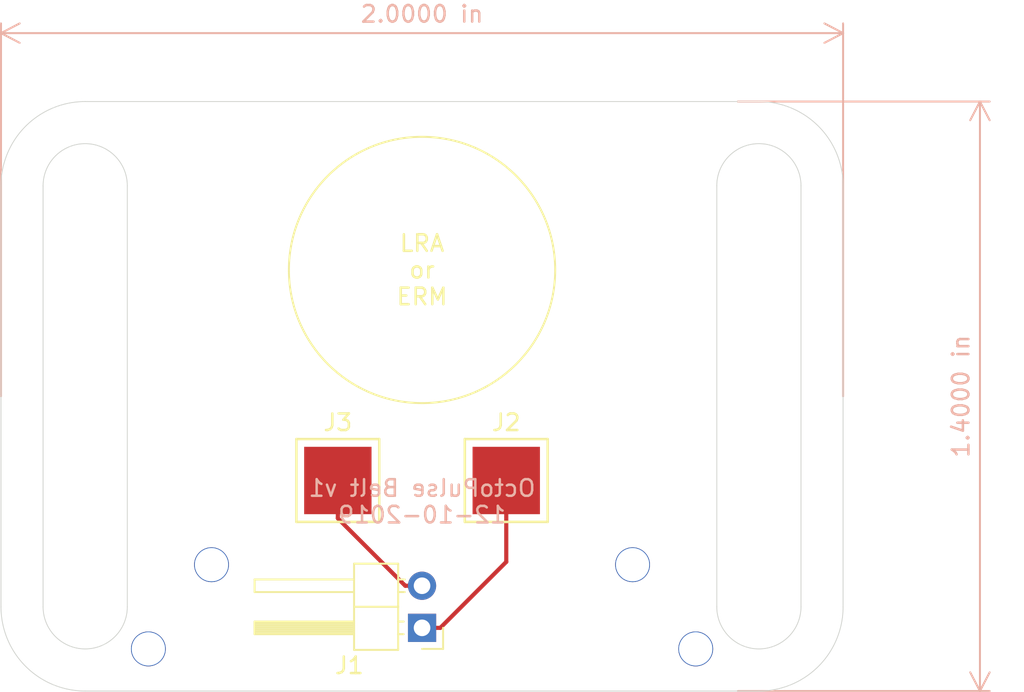
<source format=kicad_pcb>
(kicad_pcb (version 20171130) (host pcbnew "(5.1.4)-1")

  (general
    (thickness 1.6)
    (drawings 21)
    (tracks 10)
    (zones 0)
    (modules 3)
    (nets 3)
  )

  (page A4)
  (layers
    (0 F.Cu signal)
    (31 B.Cu signal)
    (32 B.Adhes user)
    (33 F.Adhes user)
    (34 B.Paste user)
    (35 F.Paste user)
    (36 B.SilkS user)
    (37 F.SilkS user)
    (38 B.Mask user)
    (39 F.Mask user)
    (40 Dwgs.User user)
    (41 Cmts.User user)
    (42 Eco1.User user)
    (43 Eco2.User user)
    (44 Edge.Cuts user)
    (45 Margin user)
    (46 B.CrtYd user)
    (47 F.CrtYd user)
    (48 B.Fab user)
    (49 F.Fab user)
  )

  (setup
    (last_trace_width 0.25)
    (trace_clearance 0.2)
    (zone_clearance 0.508)
    (zone_45_only no)
    (trace_min 0.2)
    (via_size 0.8)
    (via_drill 0.4)
    (via_min_size 0.4)
    (via_min_drill 0.3)
    (uvia_size 0.3)
    (uvia_drill 0.1)
    (uvias_allowed no)
    (uvia_min_size 0.2)
    (uvia_min_drill 0.1)
    (edge_width 0.05)
    (segment_width 0.2)
    (pcb_text_width 0.3)
    (pcb_text_size 1.5 1.5)
    (mod_edge_width 0.12)
    (mod_text_size 1 1)
    (mod_text_width 0.15)
    (pad_size 1.524 1.524)
    (pad_drill 0.762)
    (pad_to_mask_clearance 0.051)
    (solder_mask_min_width 0.25)
    (aux_axis_origin 0 0)
    (visible_elements 7FFFFFFF)
    (pcbplotparams
      (layerselection 0x010fc_ffffffff)
      (usegerberextensions true)
      (usegerberattributes false)
      (usegerberadvancedattributes false)
      (creategerberjobfile false)
      (excludeedgelayer true)
      (linewidth 0.100000)
      (plotframeref false)
      (viasonmask false)
      (mode 1)
      (useauxorigin false)
      (hpglpennumber 1)
      (hpglpenspeed 20)
      (hpglpendiameter 15.000000)
      (psnegative false)
      (psa4output false)
      (plotreference true)
      (plotvalue true)
      (plotinvisibletext false)
      (padsonsilk false)
      (subtractmaskfromsilk false)
      (outputformat 1)
      (mirror false)
      (drillshape 0)
      (scaleselection 1)
      (outputdirectory "cam/"))
  )

  (net 0 "")
  (net 1 "Net-(J1-Pad1)")
  (net 2 "Net-(J1-Pad2)")

  (net_class Default "This is the default net class."
    (clearance 0.2)
    (trace_width 0.25)
    (via_dia 0.8)
    (via_drill 0.4)
    (uvia_dia 0.3)
    (uvia_drill 0.1)
    (add_net "Net-(J1-Pad1)")
    (add_net "Net-(J1-Pad2)")
  )

  (module Connector_PinHeader_2.54mm:PinHeader_1x02_P2.54mm_Horizontal (layer F.Cu) (tedit 59FED5CB) (tstamp 5D90149D)
    (at 127 90.17 180)
    (descr "Through hole angled pin header, 1x02, 2.54mm pitch, 6mm pin length, single row")
    (tags "Through hole angled pin header THT 1x02 2.54mm single row")
    (path /5D8FF802)
    (fp_text reference J1 (at 4.385 -2.27) (layer F.SilkS)
      (effects (font (size 1 1) (thickness 0.15)))
    )
    (fp_text value Conn_01x02_Male (at 4.385 4.81) (layer F.Fab)
      (effects (font (size 1 1) (thickness 0.15)))
    )
    (fp_line (start 2.135 -1.27) (end 4.04 -1.27) (layer F.Fab) (width 0.1))
    (fp_line (start 4.04 -1.27) (end 4.04 3.81) (layer F.Fab) (width 0.1))
    (fp_line (start 4.04 3.81) (end 1.5 3.81) (layer F.Fab) (width 0.1))
    (fp_line (start 1.5 3.81) (end 1.5 -0.635) (layer F.Fab) (width 0.1))
    (fp_line (start 1.5 -0.635) (end 2.135 -1.27) (layer F.Fab) (width 0.1))
    (fp_line (start -0.32 -0.32) (end 1.5 -0.32) (layer F.Fab) (width 0.1))
    (fp_line (start -0.32 -0.32) (end -0.32 0.32) (layer F.Fab) (width 0.1))
    (fp_line (start -0.32 0.32) (end 1.5 0.32) (layer F.Fab) (width 0.1))
    (fp_line (start 4.04 -0.32) (end 10.04 -0.32) (layer F.Fab) (width 0.1))
    (fp_line (start 10.04 -0.32) (end 10.04 0.32) (layer F.Fab) (width 0.1))
    (fp_line (start 4.04 0.32) (end 10.04 0.32) (layer F.Fab) (width 0.1))
    (fp_line (start -0.32 2.22) (end 1.5 2.22) (layer F.Fab) (width 0.1))
    (fp_line (start -0.32 2.22) (end -0.32 2.86) (layer F.Fab) (width 0.1))
    (fp_line (start -0.32 2.86) (end 1.5 2.86) (layer F.Fab) (width 0.1))
    (fp_line (start 4.04 2.22) (end 10.04 2.22) (layer F.Fab) (width 0.1))
    (fp_line (start 10.04 2.22) (end 10.04 2.86) (layer F.Fab) (width 0.1))
    (fp_line (start 4.04 2.86) (end 10.04 2.86) (layer F.Fab) (width 0.1))
    (fp_line (start 1.44 -1.33) (end 1.44 3.87) (layer F.SilkS) (width 0.12))
    (fp_line (start 1.44 3.87) (end 4.1 3.87) (layer F.SilkS) (width 0.12))
    (fp_line (start 4.1 3.87) (end 4.1 -1.33) (layer F.SilkS) (width 0.12))
    (fp_line (start 4.1 -1.33) (end 1.44 -1.33) (layer F.SilkS) (width 0.12))
    (fp_line (start 4.1 -0.38) (end 10.1 -0.38) (layer F.SilkS) (width 0.12))
    (fp_line (start 10.1 -0.38) (end 10.1 0.38) (layer F.SilkS) (width 0.12))
    (fp_line (start 10.1 0.38) (end 4.1 0.38) (layer F.SilkS) (width 0.12))
    (fp_line (start 4.1 -0.32) (end 10.1 -0.32) (layer F.SilkS) (width 0.12))
    (fp_line (start 4.1 -0.2) (end 10.1 -0.2) (layer F.SilkS) (width 0.12))
    (fp_line (start 4.1 -0.08) (end 10.1 -0.08) (layer F.SilkS) (width 0.12))
    (fp_line (start 4.1 0.04) (end 10.1 0.04) (layer F.SilkS) (width 0.12))
    (fp_line (start 4.1 0.16) (end 10.1 0.16) (layer F.SilkS) (width 0.12))
    (fp_line (start 4.1 0.28) (end 10.1 0.28) (layer F.SilkS) (width 0.12))
    (fp_line (start 1.11 -0.38) (end 1.44 -0.38) (layer F.SilkS) (width 0.12))
    (fp_line (start 1.11 0.38) (end 1.44 0.38) (layer F.SilkS) (width 0.12))
    (fp_line (start 1.44 1.27) (end 4.1 1.27) (layer F.SilkS) (width 0.12))
    (fp_line (start 4.1 2.16) (end 10.1 2.16) (layer F.SilkS) (width 0.12))
    (fp_line (start 10.1 2.16) (end 10.1 2.92) (layer F.SilkS) (width 0.12))
    (fp_line (start 10.1 2.92) (end 4.1 2.92) (layer F.SilkS) (width 0.12))
    (fp_line (start 1.042929 2.16) (end 1.44 2.16) (layer F.SilkS) (width 0.12))
    (fp_line (start 1.042929 2.92) (end 1.44 2.92) (layer F.SilkS) (width 0.12))
    (fp_line (start -1.27 0) (end -1.27 -1.27) (layer F.SilkS) (width 0.12))
    (fp_line (start -1.27 -1.27) (end 0 -1.27) (layer F.SilkS) (width 0.12))
    (fp_line (start -1.8 -1.8) (end -1.8 4.35) (layer F.CrtYd) (width 0.05))
    (fp_line (start -1.8 4.35) (end 10.55 4.35) (layer F.CrtYd) (width 0.05))
    (fp_line (start 10.55 4.35) (end 10.55 -1.8) (layer F.CrtYd) (width 0.05))
    (fp_line (start 10.55 -1.8) (end -1.8 -1.8) (layer F.CrtYd) (width 0.05))
    (fp_text user %R (at 2.77 1.27 90) (layer F.Fab)
      (effects (font (size 1 1) (thickness 0.15)))
    )
    (pad 1 thru_hole rect (at 0 0 180) (size 1.7 1.7) (drill 1) (layers *.Cu *.Mask)
      (net 1 "Net-(J1-Pad1)"))
    (pad 2 thru_hole oval (at 0 2.54 180) (size 1.7 1.7) (drill 1) (layers *.Cu *.Mask)
      (net 2 "Net-(J1-Pad2)"))
    (model ${KISYS3DMOD}/Connector_PinHeader_2.54mm.3dshapes/PinHeader_1x02_P2.54mm_Horizontal.wrl
      (at (xyz 0 0 0))
      (scale (xyz 1 1 1))
      (rotate (xyz 0 0 0))
    )
  )

  (module SMD_Packages:1Pin (layer F.Cu) (tedit 0) (tstamp 5D901178)
    (at 132.08 81.28)
    (descr "module 1 pin (ou trou mecanique de percage)")
    (tags DEV)
    (path /5D9007E0)
    (fp_text reference J2 (at 0 -3.50012) (layer F.SilkS)
      (effects (font (size 1 1) (thickness 0.15)))
    )
    (fp_text value Conn_01x01 (at 0.24892 3.74904) (layer F.Fab)
      (effects (font (size 1 1) (thickness 0.15)))
    )
    (fp_line (start -2.49936 -2.49936) (end 2.49936 -2.49936) (layer F.SilkS) (width 0.15))
    (fp_line (start 2.49936 -2.49936) (end 2.49936 2.49936) (layer F.SilkS) (width 0.15))
    (fp_line (start 2.49936 2.49936) (end -2.49936 2.49936) (layer F.SilkS) (width 0.15))
    (fp_line (start -2.49936 2.49936) (end -2.49936 -2.49936) (layer F.SilkS) (width 0.15))
    (pad 1 smd rect (at 0 0) (size 4.064 4.064) (layers F.Cu F.Paste F.Mask)
      (net 1 "Net-(J1-Pad1)"))
  )

  (module SMD_Packages:1Pin (layer F.Cu) (tedit 0) (tstamp 5D901181)
    (at 121.92 81.28)
    (descr "module 1 pin (ou trou mecanique de percage)")
    (tags DEV)
    (path /5D900D08)
    (fp_text reference J3 (at 0 -3.50012) (layer F.SilkS)
      (effects (font (size 1 1) (thickness 0.15)))
    )
    (fp_text value Conn_01x01 (at 0.24892 3.74904) (layer F.Fab)
      (effects (font (size 1 1) (thickness 0.15)))
    )
    (fp_line (start -2.49936 2.49936) (end -2.49936 -2.49936) (layer F.SilkS) (width 0.15))
    (fp_line (start 2.49936 2.49936) (end -2.49936 2.49936) (layer F.SilkS) (width 0.15))
    (fp_line (start 2.49936 -2.49936) (end 2.49936 2.49936) (layer F.SilkS) (width 0.15))
    (fp_line (start -2.49936 -2.49936) (end 2.49936 -2.49936) (layer F.SilkS) (width 0.15))
    (pad 1 smd rect (at 0 0) (size 4.064 4.064) (layers F.Cu F.Paste F.Mask)
      (net 2 "Net-(J1-Pad2)"))
  )

  (dimension 35.56 (width 0.12) (layer B.SilkS)
    (gr_text "35.560 mm" (at 161.925 76.2 270) (layer B.SilkS)
      (effects (font (size 1 1) (thickness 0.15)))
    )
    (feature1 (pts (xy 146.05 93.98) (xy 161.241421 93.98)))
    (feature2 (pts (xy 146.05 58.42) (xy 161.241421 58.42)))
    (crossbar (pts (xy 160.655 58.42) (xy 160.655 93.98)))
    (arrow1a (pts (xy 160.655 93.98) (xy 160.068579 92.853496)))
    (arrow1b (pts (xy 160.655 93.98) (xy 161.241421 92.853496)))
    (arrow2a (pts (xy 160.655 58.42) (xy 160.068579 59.546504)))
    (arrow2b (pts (xy 160.655 58.42) (xy 161.241421 59.546504)))
  )
  (dimension 50.8 (width 0.12) (layer B.SilkS)
    (gr_text "50.800 mm" (at 127 53.0225) (layer B.SilkS)
      (effects (font (size 1 1) (thickness 0.15)))
    )
    (feature1 (pts (xy 152.4 76.2) (xy 152.4 53.706079)))
    (feature2 (pts (xy 101.6 76.2) (xy 101.6 53.706079)))
    (crossbar (pts (xy 101.6 54.2925) (xy 152.4 54.2925)))
    (arrow1a (pts (xy 152.4 54.2925) (xy 151.273496 54.878921)))
    (arrow1b (pts (xy 152.4 54.2925) (xy 151.273496 53.706079)))
    (arrow2a (pts (xy 101.6 54.2925) (xy 102.726504 54.878921)))
    (arrow2b (pts (xy 101.6 54.2925) (xy 102.726504 53.706079)))
  )
  (gr_text "OctoPulse Belt v1\n12-10-2019" (at 127 82.55) (layer B.SilkS)
    (effects (font (size 1 1) (thickness 0.15)) (justify mirror))
  )
  (gr_text "LRA\nor\nERM" (at 127 68.58) (layer F.SilkS)
    (effects (font (size 1 1) (thickness 0.15)))
  )
  (gr_circle (center 127 68.58) (end 134.62 71.12) (layer F.SilkS) (width 0.12))
  (gr_line (start 144.78 63.5) (end 144.78 88.9) (layer Edge.Cuts) (width 0.05) (tstamp 5D90150F))
  (gr_arc (start 147.32 63.5) (end 149.86 63.5) (angle -180) (layer Edge.Cuts) (width 0.05) (tstamp 5D90150E))
  (gr_line (start 149.86 63.5) (end 149.86 88.9) (layer Edge.Cuts) (width 0.05) (tstamp 5D90150D))
  (gr_arc (start 147.32 88.9) (end 144.78 88.9) (angle -180) (layer Edge.Cuts) (width 0.05) (tstamp 5D90150C))
  (gr_line (start 109.22 63.5) (end 109.22 88.9) (layer Edge.Cuts) (width 0.05) (tstamp 5D90150B))
  (gr_line (start 104.14 63.5) (end 104.14 88.9) (layer Edge.Cuts) (width 0.05) (tstamp 5D90150A))
  (gr_arc (start 106.68 63.5) (end 109.22 63.5) (angle -180) (layer Edge.Cuts) (width 0.05))
  (gr_arc (start 106.68 88.9) (end 104.14 88.9) (angle -180) (layer Edge.Cuts) (width 0.05))
  (gr_arc (start 106.68 88.9) (end 101.6 88.9) (angle -90) (layer Edge.Cuts) (width 0.05))
  (gr_arc (start 147.32 88.9) (end 147.32 93.98) (angle -90) (layer Edge.Cuts) (width 0.05))
  (gr_arc (start 147.32 63.5) (end 152.4 63.5) (angle -90) (layer Edge.Cuts) (width 0.05))
  (gr_arc (start 106.68 63.5) (end 106.68 58.42) (angle -90) (layer Edge.Cuts) (width 0.05))
  (gr_line (start 101.6 88.9) (end 101.6 63.5) (layer Edge.Cuts) (width 0.05))
  (gr_line (start 147.32 93.98) (end 106.68 93.98) (layer Edge.Cuts) (width 0.05))
  (gr_line (start 152.4 63.5) (end 152.4 88.9) (layer Edge.Cuts) (width 0.05))
  (gr_line (start 106.68 58.42) (end 147.32 58.42) (layer Edge.Cuts) (width 0.05))

  (via (at 110.49 91.44) (size 2.1) (drill 2) (layers F.Cu B.Cu) (net 0))
  (via (at 114.3 86.36) (size 2.1) (drill 2) (layers F.Cu B.Cu) (net 0) (tstamp 5D909A56))
  (via (at 139.7 86.36) (size 2.1) (drill 2) (layers F.Cu B.Cu) (net 0) (tstamp 5D909A58))
  (via (at 143.51 91.44) (size 2.1) (drill 2) (layers F.Cu B.Cu) (net 0) (tstamp 5D909A5B))
  (segment (start 128.1 90.17) (end 127 90.17) (width 0.25) (layer F.Cu) (net 1))
  (segment (start 132.08 86.19) (end 128.1 90.17) (width 0.25) (layer F.Cu) (net 1))
  (segment (start 132.08 81.28) (end 132.08 86.19) (width 0.25) (layer F.Cu) (net 1))
  (segment (start 125.988 87.63) (end 127 87.63) (width 0.25) (layer F.Cu) (net 2))
  (segment (start 121.92 83.562) (end 125.988 87.63) (width 0.25) (layer F.Cu) (net 2))
  (segment (start 121.92 81.28) (end 121.92 83.562) (width 0.25) (layer F.Cu) (net 2))

)

</source>
